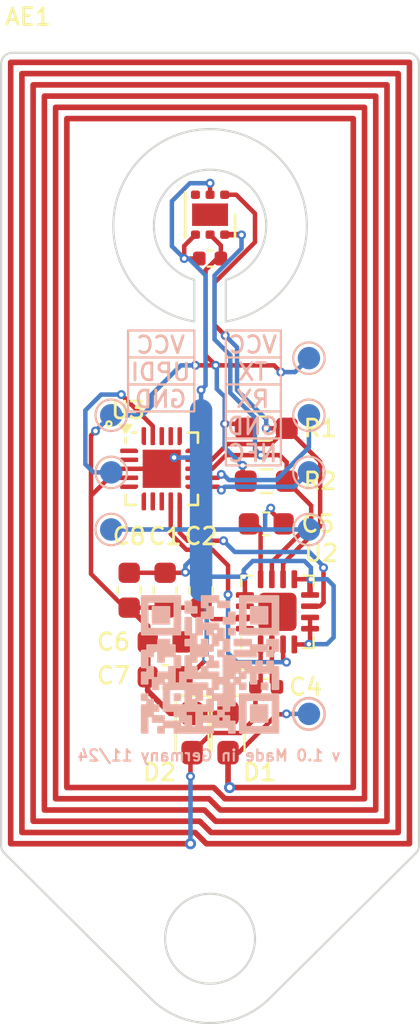
<source format=kicad_pcb>
(kicad_pcb (version 20240108) (generator "pcbnew") (generator_version "8.0")
  (layers (0 "F.Cu" signal) (1 "In1.Cu" signal) (2 "In2.Cu" signal) (31 "B.Cu" signal) (34 "B.Paste" user) (35 "F.Paste" user) (36 "B.SilkS" user "B.Silkscreen") (37 "F.SilkS" user "F.Silkscreen") (38 "B.Mask" user) (39 "F.Mask" user) (44 "Edge.Cuts" user))
  (net 0 "")
  (net 1 "GND")
  (net 2 "ANT2")
  (net 3 "ANT1")
  (net 4 "SCL")
  (net 5 "SDA")
  (net 6 "RF430_RST")
  (net 7 "RF430_INT")
  (net 8 "Net-(U2-VCORE)")
  (net 9 "RX")
  (net 11 "UPDI")
  (net 18 "TX")
  (net 19 "ALERT")
  (net 21 "VCC")
  (footprint "Capacitor_SMD:C_0603_1608Metric" (layer "F.Cu") (at 132 52.45)
    (property "Reference" "C5" (at 2.3 0 0) (layer "F.SilkS") (effects (font (size 0.75 0.75) (thickness 0.125))))
    (property "Value" "0.47 uF")
    (pad "1" smd roundrect (at -0.775 0) (size 0.9 0.95) (layers "F.Cu" "F.Paste" "F.Mask") (net 8 "Net-(U2-VCORE)"))
    (pad "2" smd roundrect (at 0.775 0) (size 0.9 0.95) (layers "F.Cu" "F.Paste" "F.Mask") (net 1 "GND"))
  )
  (footprint "Capacitor_SMD:C_0603_1608Metric" (layer "F.Cu") (at 127.5 57.7)
    (property "Reference" "C6" (at -2.3 0 0) (layer "F.SilkS") (effects (font (size 0.75 0.75) (thickness 0.125))))
    (property "Value" "47uF")
    (pad "1" smd roundrect (at -0.775 0) (size 0.9 0.95) (layers "F.Cu" "F.Paste" "F.Mask") (net 21 "VCC"))
    (pad "2" smd roundrect (at 0.775 0) (size 0.9 0.95) (layers "F.Cu" "F.Paste" "F.Mask") (net 1 "GND"))
  )
  (footprint "Capacitor_SMD:C_0603_1608Metric" (layer "F.Cu") (at 127.5 55.4 90)
    (property "Reference" "C1" (at 2.4 0 0) (layer "F.SilkS") (effects (font (size 0.75 0.75) (thickness 0.125))))
    (property "Value" "1 uF")
    (pad "1" smd roundrect (at -0.775 0 90) (size 0.9 0.95) (layers "F.Cu" "F.Paste" "F.Mask") (net 21 "VCC"))
    (pad "2" smd roundrect (at 0.775 0 90) (size 0.9 0.95) (layers "F.Cu" "F.Paste" "F.Mask") (net 1 "GND"))
  )
  (footprint "Capacitor_SMD:C_0603_1608Metric" (layer "F.Cu") (at 129.1 55.4 90)
    (property "Reference" "C2" (at 2.4 0 0) (layer "F.SilkS") (effects (font (size 0.75 0.75) (thickness 0.125))))
    (property "Value" "0.1 uF")
    (pad "1" smd roundrect (at -0.775 0 90) (size 0.9 0.95) (layers "F.Cu" "F.Paste" "F.Mask") (net 21 "VCC"))
    (pad "2" smd roundrect (at 0.775 0 90) (size 0.9 0.95) (layers "F.Cu" "F.Paste" "F.Mask") (net 1 "GND"))
  )
  (footprint "unsurv_offline_pcb_footprints:35_18_1_9nH" (layer "F.Cu") (at 120.5 31.8)
    (property "Reference" "AE1" (at 0.9 -1.9 0) (layer "F.SilkS") (effects (font (size 0.75 0.75) (thickness 0.125))))
    (property "Value" "Antenna_Dipole")
    (pad "1" smd custom (at 8.12868 34.875) (size 0.25 0.25) (layers "F.Cu") (net 3 "ANT1") (options (clearance outline) (anchor circle)) (primitives (gr_line (start 0 0) (end -8.00368 0) (width 0.25)) (gr_line (start -8.00368 0) (end -8.00368 -34.75) (width 0.25)) (gr_line (start -8.00368 -34.75) (end 9.74632 -34.75) (width 0.25)) (gr_line (start 9.74632 -34.75) (end 9.74632 0) (width 0.25)) (gr_line (start 9.74632 0) (end 0.707107 0) (width 0.25)) (gr_line (start 0.707107 0) (end 0.207107 -0.5) (width 0.25)) (gr_line (start 0.207107 -0.5) (end -7.50368 -0.5) (width 0.25)) (gr_line (start -7.50368 -0.5) (end -7.50368 -34.25) (width 0.25)) (gr_line (start -7.50368 -34.25) (end 9.24632 -34.25) (width 0.25)) (gr_line (start 9.24632 -34.25) (end 9.24632 -0.5) (width 0.25)) (gr_line (start 9.24632 -0.5) (end 0.914214 -0.5) (width 0.25)) (gr_line (start 0.914214 -0.5) (end 0.414214 -1) (width 0.25)) (gr_line (start 0.414214 -1) (end -7.00368 -1) (width 0.25)) (gr_line (start -7.00368 -1) (end -7.00368 -33.75) (width 0.25)) (gr_line (start -7.00368 -33.75) (end 8.74632 -33.75) (width 0.25)) (gr_line (start 8.74632 -33.75) (end 8.74632 -1) (width 0.25)) (gr_line (start 8.74632 -1) (end 1.12132 -1) (width 0.25)) (gr_line (start 1.12132 -1) (end 0.62132 -1.5) (width 0.25)) (gr_line (start 0.62132 -1.5) (end -6.50368 -1.5) (width 0.25)) (gr_line (start -6.50368 -1.5) (end -6.50368 -33.25) (width 0.25)) (gr_line (start -6.50368 -33.25) (end 8.24632 -33.25) (width 0.25)) (gr_line (start 8.24632 -33.25) (end 8.24632 -1.5) (width 0.25)) (gr_line (start 8.24632 -1.5) (end 1.328427 -1.5) (width 0.25)) (gr_line (start 1.328427 -1.5) (end 0.828427 -2) (width 0.25)) (gr_line (start 0.828427 -2) (end -6.00368 -2) (width 0.25)) (gr_line (start -6.00368 -2) (end -6.00368 -32.75) (width 0.25)) (gr_line (start -6.00368 -32.75) (end 7.74632 -32.75) (width 0.25)) (gr_line (start 7.74632 -32.75) (end 7.74632 -2) (width 0.25)) (gr_line (start 7.74632 -2) (end 1.535534 -2) (width 0.25)) (gr_line (start 1.535534 -2) (end 1.035534 -2.5) (width 0.25)) (gr_line (start 1.035534 -2.5) (end -5.50368 -2.5) (width 0.25)) (gr_line (start -5.50368 -2.5) (end -5.50368 -32.25) (width 0.25)) (gr_line (start -5.50368 -32.25) (end 7.24632 -32.25) (width 0.25)) (gr_line (start 7.24632 -32.25) (end 7.24632 -2.5) (width 0.25))))
    (pad "1" thru_hole circle (at 8.12868 34.875) (size 0.5 0.5) (drill 0.25) (layers "*.Cu" "*.Mask") (net 3 "ANT1"))
    (pad "2" smd custom (at 9.87132 32.375) (size 0.25 0.25) (layers "F.Cu") (net 2 "ANT2") (options (clearance outline) (anchor circle)) (primitives (gr_line (start 0 0) (end 5.50368 0) (width 0.25))))
    (pad "2" thru_hole circle (at 9.87132 32.375) (size 0.5 0.5) (drill 0.25) (layers "*.Cu" "*.Mask") (net 2 "ANT2"))
  )
  (footprint "unsurv_offline_pcb_footprints:RF430_3x3mm_noBCu" (layer "F.Cu") (at 132.5 56.36179 90)
    (property "Reference" "U2" (at 2.61179 1.95 0) (layer "F.SilkS") (effects (font (size 0.75 0.75) (thickness 0.125))))
    (property "Value" "RF430CL330HIRGTR‎")
    (pad "1" smd roundrect (at -1.45 -0.75 90) (size 0.8 0.25) (layers "F.Cu" "F.Paste" "F.Mask") (net 3 "ANT1"))
    (pad "2" smd roundrect (at -1.45 -0.25 90) (size 0.8 0.25) (layers "F.Cu" "F.Paste" "F.Mask") (net 2 "ANT2"))
    (pad "3" smd roundrect (at -1.45 0.25 90) (size 0.8 0.25) (layers "F.Cu" "F.Paste" "F.Mask") (net 6 "RF430_RST"))
    (pad "4" smd roundrect (at -1.45 0.75 90) (size 0.8 0.25) (layers "F.Cu" "F.Paste" "F.Mask") (net 1 "GND"))
    (pad "5" smd roundrect (at -0.75 1.45 90) (size 0.25 0.8) (layers "F.Cu" "F.Paste" "F.Mask") (net 1 "GND"))
    (pad "6" smd roundrect (at -0.25 1.45 90) (size 0.25 0.8) (layers "F.Cu" "F.Paste" "F.Mask") (net 1 "GND"))
    (pad "7" smd roundrect (at 0.25 1.45 90) (size 0.25 0.8) (layers "F.Cu" "F.Paste" "F.Mask") (net 7 "RF430_INT"))
    (pad "8" smd roundrect (at 0.75 1.45 90) (size 0.25 0.8) (layers "F.Cu" "F.Paste" "F.Mask") (net 1 "GND"))
    (pad "9" smd roundrect (at 1.45 0.75 90) (size 0.8 0.25) (layers "F.Cu" "F.Paste" "F.Mask") (net 1 "GND"))
    (pad "10" smd roundrect (at 1.45 0.25 90) (size 0.8 0.25) (layers "F.Cu" "F.Paste" "F.Mask") (net 4 "SCL"))
    (pad "11" smd roundrect (at 1.45 -0.25 90) (size 0.8 0.25) (layers "F.Cu" "F.Paste" "F.Mask") (net 5 "SDA"))
    (pad "12" smd roundrect (at 1.45 -0.75 90) (size 0.8 0.25) (layers "F.Cu" "F.Paste" "F.Mask") (net 8 "Net-(U2-VCORE)"))
    (pad "13" smd roundrect (at 0.75 -1.45 90) (size 0.25 0.8) (layers "F.Cu" "F.Paste" "F.Mask") (net 1 "GND"))
    (pad "14" smd roundrect (at 0.25 -1.45 90) (size 0.25 0.8) (layers "F.Cu" "F.Paste" "F.Mask"))
    (pad "15" smd roundrect (at -0.25 -1.45 90) (size 0.25 0.8) (layers "F.Cu" "F.Paste" "F.Mask") (net 21 "VCC"))
    (pad "16" smd roundrect (at -0.75 -1.45 90) (size 0.25 0.8) (layers "F.Cu" "F.Paste" "F.Mask"))
    (pad "17" smd roundrect (at 0 0 90) (size 1.7 1.7) (layers "F.Cu" "F.Mask") (roundrect_rratio 0.147059))
  )
  (footprint "unsurv_offline_pcb_footprints:TMP117 WSON-6-1EP_2x2mm_P0.65mm_no_pad_paste" (layer "F.Cu") (at 129.5 38.7 -90)
    (property "Reference" "U1" (hide yes))
    (property "Value" "TMP117AIDRVR")
    (pad "1" smd roundrect (at -0.8875 -0.65 270) (size 0.375 0.4) (layers "F.Cu" "F.Paste" "F.Mask") (net 4 "SCL"))
    (pad "2" smd roundrect (at -0.8875 0 270) (size 0.375 0.4) (layers "F.Cu" "F.Paste" "F.Mask") (net 1 "GND"))
    (pad "3" smd roundrect (at -0.8875 0.65 270) (size 0.375 0.4) (layers "F.Cu" "F.Paste" "F.Mask"))
    (pad "4" smd roundrect (at 0.8875 0.65 270) (size 0.375 0.4) (layers "F.Cu" "F.Paste" "F.Mask") (net 1 "GND"))
    (pad "5" smd roundrect (at 0.8875 0 270) (size 0.375 0.4) (layers "F.Cu" "F.Paste" "F.Mask") (net 21 "VCC"))
    (pad "6" smd roundrect (at 0.8875 -0.65 270) (size 0.375 0.4) (layers "F.Cu" "F.Paste" "F.Mask") (net 5 "SDA"))
    (pad "7" smd rect (at 0 0 270) (size 1 1.6) (layers "F.Cu" "F.Mask"))
  )
  (footprint "Capacitor_SMD:C_0603_1608Metric" (layer "F.Cu") (at 127.5 59.25)
    (property "Reference" "C7" (at -2.3 -0.05 0) (layer "F.SilkS") (effects (font (size 0.75 0.75) (thickness 0.125))))
    (property "Value" "47uF")
    (pad "1" smd roundrect (at -0.775 0) (size 0.9 0.95) (layers "F.Cu" "F.Paste" "F.Mask") (net 21 "VCC"))
    (pad "2" smd roundrect (at 0.775 0) (size 0.9 0.95) (layers "F.Cu" "F.Paste" "F.Mask") (net 1 "GND"))
  )
  (footprint "Package_DFN_QFN:VQFN-20-1EP_3x3mm_P0.4mm_EP1.7x1.7mm" (layer "F.Cu") (at 127.35 50)
    (property "Reference" "U3" (at -1.5 -2.6 0) (layer "F.SilkS") (effects (font (size 0.75 0.75) (thickness 0.125))))
    (property "Value" "ATtiny1626-MFR")
    (pad "1" smd custom (at -1.45 -0.8) (size 0.143431 0.143431) (layers "F.Cu" "F.Paste" "F.Mask") (options (clearance outline) (anchor circle)) (primitives (gr_poly (pts (xy -0.35 -0.05) (xy 0.299289 -0.05) (xy 0.35 0.000711) (xy 0.35 0.05) (xy -0.35 0.05)) (width 0.1) (fill yes))))
    (pad "2" smd roundrect (at -1.45 -0.4) (size 0.8 0.2) (layers "F.Cu" "F.Paste" "F.Mask"))
    (pad "3" smd roundrect (at -1.45 0) (size 0.8 0.2) (layers "F.Cu" "F.Paste" "F.Mask") (net 1 "GND"))
    (pad "4" smd roundrect (at -1.45 0.4) (size 0.8 0.2) (layers "F.Cu" "F.Paste" "F.Mask") (net 21 "VCC"))
    (pad "5" smd custom (at -1.45 0.8) (size 0.143431 0.143431) (layers "F.Cu" "F.Paste" "F.Mask") (options (clearance outline) (anchor circle)) (primitives (gr_poly (pts (xy -0.35 -0.05) (xy 0.35 -0.05) (xy 0.35 -0.000711) (xy 0.299289 0.05) (xy -0.35 0.05)) (width 0.1) (fill yes))))
    (pad "6" smd custom (at -0.8 1.45) (size 0.143431 0.143431) (layers "F.Cu" "F.Paste" "F.Mask") (options (clearance outline) (anchor circle)) (primitives (gr_poly (pts (xy -0.05 -0.299289) (xy 0.000711 -0.35) (xy 0.05 -0.35) (xy 0.05 0.35) (xy -0.05 0.35)) (width 0.1) (fill yes))))
    (pad "7" smd roundrect (at -0.4 1.45) (size 0.2 0.8) (layers "F.Cu" "F.Paste" "F.Mask"))
    (pad "8" smd roundrect (at 0 1.45) (size 0.2 0.8) (layers "F.Cu" "F.Paste" "F.Mask"))
    (pad "9" smd roundrect (at 0.4 1.45) (size 0.2 0.8) (layers "F.Cu" "F.Paste" "F.Mask") (net 6 "RF430_RST"))
    (pad "10" smd custom (at 0.8 1.45) (size 0.143431 0.143431) (layers "F.Cu" "F.Paste" "F.Mask") (net 7 "RF430_INT") (options (clearance outline) (anchor circle)) (primitives (gr_poly (pts (xy -0.05 -0.35) (xy -0.000711 -0.35) (xy 0.05 -0.299289) (xy 0.05 0.35) (xy -0.05 0.35)) (width 0.1) (fill yes))))
    (pad "11" smd custom (at 1.45 0.8) (size 0.143431 0.143431) (layers "F.Cu" "F.Paste" "F.Mask") (net 9 "RX") (options (clearance outline) (anchor circle)) (primitives (gr_poly (pts (xy -0.35 -0.05) (xy 0.35 -0.05) (xy 0.35 0.05) (xy -0.299289 0.05) (xy -0.35 -0.000711)) (width 0.1) (fill yes))))
    (pad "12" smd roundrect (at 1.45 0.4) (size 0.8 0.2) (layers "F.Cu" "F.Paste" "F.Mask") (net 18 "TX"))
    (pad "13" smd roundrect (at 1.45 0) (size 0.8 0.2) (layers "F.Cu" "F.Paste" "F.Mask") (net 5 "SDA"))
    (pad "14" smd roundrect (at 1.45 -0.4) (size 0.8 0.2) (layers "F.Cu" "F.Paste" "F.Mask") (net 4 "SCL"))
    (pad "15" smd custom (at 1.45 -0.8) (size 0.143431 0.143431) (layers "F.Cu" "F.Paste" "F.Mask") (options (clearance outline) (anchor circle)) (primitives (gr_poly (pts (xy -0.35 0.000711) (xy -0.299289 -0.05) (xy 0.35 -0.05) (xy 0.35 0.05) (xy -0.35 0.05)) (width 0.1) (fill yes))))
    (pad "16" smd custom (at 0.8 -1.45) (size 0.143431 0.143431) (layers "F.Cu" "F.Paste" "F.Mask") (options (clearance outline) (anchor circle)) (primitives (gr_poly (pts (xy -0.05 -0.35) (xy 0.05 -0.35) (xy 0.05 0.299289) (xy -0.000711 0.35) (xy -0.05 0.35)) (width 0.1) (fill yes))))
    (pad "17" smd roundrect (at 0.4 -1.45) (size 0.2 0.8) (layers "F.Cu" "F.Paste" "F.Mask"))
    (pad "18" smd roundrect (at 0 -1.45) (size 0.2 0.8) (layers "F.Cu" "F.Paste" "F.Mask") (net 19 "ALERT"))
    (pad "19" smd roundrect (at -0.4 -1.45) (size 0.2 0.8) (layers "F.Cu" "F.Paste" "F.Mask") (net 11 "UPDI"))
    (pad "20" smd custom (at -0.8 -1.45) (size 0.143431 0.143431) (layers "F.Cu" "F.Paste" "F.Mask") (options (clearance outline) (anchor circle)) (primitives (gr_poly (pts (xy -0.05 -0.35) (xy 0.05 -0.35) (xy 0.05 0.35) (xy 0.000711 0.35) (xy -0.05 0.299289)) (width 0.1) (fill yes))))
    (pad "21" smd rect (at 0 0) (size 1.7 1.7) (property pad_prop_heatsink) (layers "F.Cu" "F.Mask") (net 1 "GND"))
  )
  (footprint "Capacitor_SMD:C_0603_1608Metric" (layer "F.Cu") (at 125.9 55.4 90)
    (property "Reference" "C8" (at 2.4 0 0) (layer "F.SilkS") (effects (font (size 0.75 0.75) (thickness 0.125))))
    (property "Value" "0.1 uF")
    (pad "1" smd roundrect (at -0.775 0 90) (size 0.9 0.95) (layers "F.Cu" "F.Paste" "F.Mask") (net 21 "VCC"))
    (pad "2" smd roundrect (at 0.775 0 90) (size 0.9 0.95) (layers "F.Cu" "F.Paste" "F.Mask") (net 1 "GND"))
  )
  (footprint "Diode_SMD:D_0603_1608Metric_Pad1.05x0.95mm_HandSolder" (layer "F.Cu") (at 130.3 61.75 -90)
    (property "Reference" "D1" (at 1.75 -1.4 0) (layer "F.SilkS") (effects (font (size 0.75 0.75) (thickness 0.125))))
    (property "Value" "CDBU0130L")
    (pad "1" smd roundrect (at -0.875 0 270) (size 1.05 0.95) (layers "F.Cu" "F.Paste" "F.Mask") (net 21 "VCC"))
    (pad "2" smd roundrect (at 0.875 0 270) (size 1.05 0.95) (layers "F.Cu" "F.Paste" "F.Mask") (net 2 "ANT2"))
  )
  (footprint "Resistor_SMD:R_0603_1608Metric_Pad0.98x0.95mm_HandSolder" (layer "F.Cu") (at 132 48.2)
    (property "Reference" "R1" (at 2.4 0 0) (layer "F.SilkS") (effects (font (size 0.75 0.75) (thickness 0.125))))
    (property "Value" "4.7k")
    (pad "1" smd roundrect (at -0.9125 0) (size 0.975 0.95) (layers "F.Cu" "F.Paste" "F.Mask") (net 21 "VCC"))
    (pad "2" smd roundrect (at 0.9125 0) (size 0.975 0.95) (layers "F.Cu" "F.Paste" "F.Mask") (net 4 "SCL"))
  )
  (footprint "Capacitor_SMD:C_0402_1005Metric" (layer "F.Cu") (at 129.5 40.65 180)
    (property "Reference" "C3" (hide yes))
    (property "Value" "0.1 uF")
    (pad "1" smd roundrect (at -0.48 0 180) (size 0.56 0.62) (layers "F.Cu" "F.Paste" "F.Mask") (net 21 "VCC"))
    (pad "2" smd roundrect (at 0.48 0 180) (size 0.56 0.62) (layers "F.Cu" "F.Paste" "F.Mask") (net 1 "GND"))
  )
  (footprint "Capacitor_SMD:C_0402_1005Metric" (layer "F.Cu") (at 132 59.7 180)
    (property "Reference" "C4" (at -1.75 0 0) (layer "F.SilkS") (effects (font (size 0.75 0.75) (thickness 0.125))))
    (property "Value" "36pF")
    (pad "1" smd roundrect (at -0.48 0 180) (size 0.56 0.62) (layers "F.Cu" "F.Paste" "F.Mask") (net 2 "ANT2"))
    (pad "2" smd roundrect (at 0.48 0 180) (size 0.56 0.62) (layers "F.Cu" "F.Paste" "F.Mask") (net 3 "ANT1"))
  )
  (footprint "Resistor_SMD:R_0603_1608Metric_Pad0.98x0.95mm_HandSolder" (layer "F.Cu") (at 132 50.55)
    (property "Reference" "R2" (at 2.4 0 0) (layer "F.SilkS") (effects (font (size 0.75 0.75) (thickness 0.125))))
    (property "Value" "4.7k")
    (pad "1" smd roundrect (at -0.9125 0) (size 0.975 0.95) (layers "F.Cu" "F.Paste" "F.Mask") (net 21 "VCC"))
    (pad "2" smd roundrect (at 0.9125 0) (size 0.975 0.95) (layers "F.Cu" "F.Paste" "F.Mask") (net 5 "SDA"))
  )
  (footprint "Diode_SMD:D_0603_1608Metric_Pad1.05x0.95mm_HandSolder" (layer "F.Cu") (at 128.7 61.75 -90)
    (property "Reference" "D2" (at 1.75 1.45 0) (layer "F.SilkS") (effects (font (size 0.75 0.75) (thickness 0.125))))
    (property "Value" "CDBU0130L")
    (pad "1" smd roundrect (at -0.875 0 270) (size 1.05 0.95) (layers "F.Cu" "F.Paste" "F.Mask") (net 21 "VCC"))
    (pad "2" smd roundrect (at 0.875 0 270) (size 1.05 0.95) (layers "F.Cu" "F.Paste" "F.Mask") (net 3 "ANT1"))
  )
  (footprint "TestPoint:TestPoint_Pad_D1.0mm" (layer "B.Cu") (at 133.9 45.08 180)
    (property "Reference" "TP4" (hide yes))
    (property "Value" "TestPoint")
    (pad "1" smd circle (at 0 0 180) (size 1 1) (layers "B.Cu" "B.Mask") (net 21 "VCC"))
  )
  (footprint "TestPoint:TestPoint_Pad_D1.0mm" (layer "B.Cu") (at 125.1 47.62 90)
    (property "Reference" "VCC1" (hide yes))
    (property "Value" "TestPoint")
    (pad "1" smd circle (at 0 0 90) (size 1 1) (layers "B.Cu" "B.Mask") (net 21 "VCC"))
  )
  (footprint "TestPoint:TestPoint_Pad_D1.0mm" (layer "B.Cu") (at 125.1 50.16 90)
    (property "Reference" "UPDI1" (hide yes))
    (property "Value" "TestPoint")
    (pad "1" smd circle (at 0 0 90) (size 1 1) (layers "B.Cu" "B.Mask") (net 11 "UPDI"))
  )
  (footprint "TestPoint:TestPoint_Pad_D1.0mm" (layer "B.Cu") (at 133.9 52.7 180)
    (property "Reference" "TP3" (hide yes))
    (property "Value" "TestPoint")
    (pad "1" smd circle (at 0 0 180) (size 1 1) (layers "B.Cu" "B.Mask") (net 1 "GND"))
  )
  (footprint "unsurv_offline_pcb_footprints:QR_shop" (layer "B.Cu") (at 129.5 58.7 180)
    (property "Reference" "QR_ref1" (hide yes))
    (property "Value" "TestPoint" (hide yes))
  )
  (footprint "TestPoint:TestPoint_Pad_D1.0mm" (layer "B.Cu") (at 133.9 60.9 180)
    (property "Reference" "TP5" (hide yes))
    (property "Value" "TestPoint")
    (pad "1" smd circle (at 0 0 180) (size 1 1) (layers "B.Cu" "B.Mask") (net 2 "ANT2"))
  )
  (footprint "TestPoint:TestPoint_Pad_D1.0mm" (layer "B.Cu") (at 125.1 52.7 90)
    (property "Reference" "GND1" (hide yes))
    (property "Value" "TestPoint")
    (pad "1" smd circle (at 0 0 90) (size 1 1) (layers "B.Cu" "B.Mask") (net 1 "GND"))
  )
  (footprint "TestPoint:TestPoint_Pad_D1.0mm" (layer "B.Cu") (at 133.9 50.16 180)
    (property "Reference" "TP1" (hide yes))
    (property "Value" "TestPoint")
    (pad "1" smd circle (at 0 0 180) (size 1 1) (layers "B.Cu" "B.Mask") (net 9 "RX"))
  )
  (footprint "TestPoint:TestPoint_Pad_D1.0mm" (layer "B.Cu") (at 133.9 47.62 180)
    (property "Reference" "TP2" (hide yes))
    (property "Value" "TestPoint")
    (pad "1" smd circle (at 0 0 180) (size 1 1) (layers "B.Cu" "B.Mask") (net 18 "TX"))
  )
  (gr_rect (start 130.2 43.85) (end 132.65 45.05) (stroke (width 0.1)) (fill none) (layer "B.SilkS"))
  (gr_rect (start 125.85 45.05) (end 128.8 46.25) (stroke (width 0.1)) (fill none) (layer "B.SilkS"))
  (gr_rect (start 125.85 43.85) (end 128.8 45.05) (stroke (width 0.1)) (fill none) (layer "B.SilkS"))
  (gr_rect (start 130.2 48.65) (end 132.65 49.85) (stroke (width 0.1)) (fill none) (layer "B.SilkS"))
  (gr_rect (start 130.2 46.25) (end 132.65 47.45) (stroke (width 0.1)) (fill none) (layer "B.SilkS"))
  (gr_rect (start 125.85 46.25) (end 128.8 47.45) (stroke (width 0.1)) (fill none) (layer "B.SilkS"))
  (gr_rect (start 130.2 45.05) (end 132.65 46.25) (stroke (width 0.1)) (fill none) (layer "B.SilkS"))
  (gr_rect (start 130.2 47.45) (end 132.65 48.65) (stroke (width 0.1)) (fill none) (layer "B.SilkS"))
  (gr_circle (center 125 48) (end 124.95 48.1) (stroke (width 0.1)) (fill none) (layer "F.SilkS"))
  (gr_arc (start 128.8 41.6) (mid 129.5 36.699969) (end 130.2 41.6) (stroke (width 0.1)) (layer "Edge.Cuts"))
  (gr_line (start 120.699999 31.499999) (end 138.299999 31.499999) (stroke (width 0.1)) (layer "Edge.Cuts"))
  (gr_circle (center 129.5 70.9) (end 131.5 70.9) (stroke (width 0.1)) (fill none) (layer "Edge.Cuts"))
  (gr_arc (start 120.199999 31.999999) (mid 120.346446 31.646446) (end 120.699999 31.499999) (stroke (width 0.1)) (layer "Edge.Cuts"))
  (gr_line (start 128.8 43.45) (end 128.8 41.6) (stroke (width 0.1)) (layer "Edge.Cuts"))
  (gr_arc (start 120.34643 67.100003) (mid 120.238047 66.93779) (end 120.199999 66.746447) (stroke (width 0.1)) (layer "Edge.Cuts"))
  (gr_arc (start 128.8 43.45) (mid 129.5 34.892707) (end 130.2 43.45) (stroke (width 0.1)) (layer "Edge.Cuts"))
  (gr_line (start 138.799999 31.999999) (end 138.799999 66.746447) (stroke (width 0.1)) (layer "Edge.Cuts"))
  (gr_arc (start 138.299999 31.499999) (mid 138.653553 31.646445) (end 138.799999 31.999999) (stroke (width 0.1)) (layer "Edge.Cuts"))
  (gr_arc (start 132.149999 73.549999) (mid 129.5 74.647665) (end 126.850001 73.549999) (stroke (width 0.1)) (layer "Edge.Cuts"))
  (gr_line (start 120.199999 66.746447) (end 120.199999 31.999999) (stroke (width 0.1)) (layer "Edge.Cuts"))
  (gr_line (start 130.2 41.6) (end 130.2 43.45) (stroke (width 0.1)) (layer "Edge.Cuts"))
  (gr_line (start 138.653536 67.09997) (end 132.149999 73.549999) (stroke (width 0.1)) (layer "Edge.Cuts"))
  (gr_arc (start 138.799999 66.746447) (mid 138.761923 66.937773) (end 138.653536 67.09997) (stroke (width 0.1)) (layer "Edge.Cuts"))
  (gr_line (start 126.850001 73.549999) (end 120.34643 67.100003) (stroke (width 0.1)) (layer "Edge.Cuts"))
  (gr_text "v 1.0 Made in Germany 11/24" (at 129.45 62.75 0) (layer "B.SilkS") (effects (font (size 0.5 0.5) (thickness 0.1)) (justify mirror)))
  (gr_text "VCC\nTX\nRX\nGND\nNFC" (at 131.4 46.9 0) (layer "B.SilkS") (effects (font (size 0.75 0.75) (thickness 0.125)) (justify mirror)))
  (gr_text "VCC\nUPDI\nGND" (at 127.3 45.7 0) (layer "B.SilkS") (effects (font (size 0.75 0.75) (thickness 0.125)) (justify mirror)))
  (segment (start 133.98821 54.91179) (end 133.25 54.91179) (width 0.2) (layer "F.Cu") (net 1))
  (segment (start 129.5 37.3) (end 129.5 37.8125) (width 0.2) (layer "F.Cu") (net 1))
  (segment (start 133.95 54.95) (end 133.95 55.61179) (width 0.25) (layer "F.Cu") (net 1))
  (segment (start 132.775 52.15) (end 132.6 52.325) (width 0.2) (layer "F.Cu") (net 1))
  (segment (start 128.375 54.625) (end 127.5 54.625) (width 0.2) (layer "F.Cu") (net 1))
  (segment (start 125.7 54.625) (end 127.5 54.625) (width 0.2) (layer "F.Cu") (net 1))
  (segment (start 132.2 51.875) (end 132.775 52.45) (width 0.2) (layer "F.Cu") (net 1))
  (segment (start 133.95 56.61179) (end 133.95 57.11179) (width 0.2) (layer "F.Cu") (net 1))
  (segment (start 131.05 54.85) (end 131 54.8) (width 0.2) (layer "F.Cu") (net 1))
  (segment (start 128.4 54.6) (end 128.375 54.625) (width 0.2) (layer "F.Cu") (net 1))
  (segment (start 128.4 54.6) (end 129.075 54.6) (width 0.2) (layer "F.Cu") (net 1))
  (segment (start 133.95 57.11179) (end 133.95 57.75) (width 0.2) (layer "F.Cu") (net 1))
  (segment (start 131.05 55.61179) (end 131.05 54.85) (width 0.2) (layer "F.Cu") (net 1))
  (segment (start 133.88821 57.81179) (end 133.9 57.8) (width 0.2) (layer "F.Cu") (net 1))
  (segment (start 132.2 51.75) (end 132.2 51.875) (width 0.2) (layer "F.Cu") (net 1))
  (segment (start 128.35 40.65) (end 129.02 40.65) (width 0.2) (layer "F.Cu") (net 1))
  (segment (start 133.95 57.75) (end 133.9 57.8) (width 0.2) (layer "F.Cu") (net 1))
  (segment (start 129.075 54.6) (end 129.1 54.625) (width 0.2) (layer "F.Cu") (net 1))
  (segment (start 125.9 50) (end 127.35 50) (width 0.2) (layer "F.Cu") (net 1))
  (segment (start 128.35 40.65) (end 128.35 40.0875) (width 0.2) (layer "F.Cu") (net 1))
  (segment (start 128.275 59.25) (end 128.55 59.25) (width 0.2) (layer "F.Cu") (net 1))
  (segment (start 128.275 57.7) (end 128.6 57.7) (width 0.2) (layer "F.Cu") (net 1))
  (segment (start 133.98821 54.91179) (end 133.95 54.95) (width 0.25) (layer "F.Cu") (net 1))
  (segment (start 133.25 57.81179) (end 133.88821 57.81179) (width 0.2) (layer "F.Cu") (net 1))
  (segment (start 128.35 40.0875) (end 128.85 39.5875) (width 0.2) (layer "F.Cu") (net 1))
  (segment (start 128.6 57.7) (end 129.35 58.45) (width 0.2) (layer "F.Cu") (net 1))
  (segment (start 128.55 59.25) (end 129.35 58.45) (width 0.2) (layer "F.Cu") (net 1))
  (via (at 128.4 54.6) (size 0.4) (drill 0.2) (layers "F.Cu" "B.Cu") (net 1))
  (via (at 129.5 37.3) (size 0.4) (drill 0.2) (layers "F.Cu" "B.Cu") (net 1))
  (via (at 132.2 51.75) (size 0.4) (drill 0.2) (layers "F.Cu" "B.Cu") (net 1))
  (via (at 131 54.8) (size 0.4) (drill 0.2) (layers "F.Cu" "B.Cu") (net 1))
  (via (at 128.35 40.65) (size 0.4) (drill 0.2) (layers "F.Cu" "B.Cu") (net 1))
  (via (at 129.1 46.5) (size 0.4) (drill 0.2) (layers "F.Cu" "B.Cu") (net 1))
  (via (at 129.35 58.45) (size 0.4) (drill 0.2) (layers "F.Cu" "B.Cu") (net 1))
  (via (at 127.9 49.5) (size 0.4) (drill 0.2) (layers "F.Cu" "B.Cu") (net 1))
  (via (at 133.9 57.8) (size 0.4) (drill 0.2) (layers "F.Cu" "B.Cu") (net 1))
  (via (at 133.98821 54.91179) (size 0.4) (drill 0.2) (layers "F.Cu" "B.Cu") (net 1))
  (segment (start 134.71179 54.91179) (end 135 55.2) (width 0.2) (layer "B.Cu") (net 1))
  (segment (start 131.95 52.7) (end 131.95 52) (width 0.2) (layer "B.Cu") (net 1))
  (segment (start 129.35 55.65) (end 129.1 55.4) (width 0.2) (layer "B.Cu") (net 1))
  (segment (start 129.3 46.3) (end 129.1 46.5) (width 0.2) (layer "B.Cu") (net 1))
  (segment (start 128.4 54.6) (end 128.4 54.3) (width 0.2) (layer "B.Cu") (net 1))
  (segment (start 133.98821 54.91179) (end 133.98821 54.38821) (width 0.2) (layer "B.Cu") (net 1))
  (segment (start 128.4 54.3) (end 129.1 53.6) (width 0.2) (layer "B.Cu") (net 1))
  (segment (start 128.6 37.3) (end 129.5 37.3) (width 0.2) (layer "B.Cu") (net 1))
  (segment (start 131.95 52) (end 132.2 51.75) (width 0.2) (layer "B.Cu") (net 1))
  (segment (start 128.35 40.65) (end 127.8 40.1) (width 0.2) (layer "B.Cu") (net 1))
  (segment (start 134.7 57.8) (end 133.9 57.8) (width 0.2) (layer "B.Cu") (net 1))
  (segment (start 135 57.5) (end 134.7 57.8) (width 0.2) (layer "B.Cu") (net 1))
  (segment (start 129.1 54.5) (end 129.1 53.6) (width 1) (layer "B.Cu") (net 1))
  (segment (start 129.35 58.45) (end 129.35 55.65) (width 0.2) (layer "B.Cu") (net 1))
  (segment (start 127.9 49.5) (end 128.7 49.5) (width 0.2) (layer "B.Cu") (net 1))
  (segment (start 129.3 46.3) (end 129.3 41.4) (width 0.2) (layer "B.Cu") (net 1))
  (segment (start 128.55 40.65) (end 128.35 40.65) (width 0.2) (layer "B.Cu") (net 1))
  (segment (start 129.1 46.5) (end 129.1 47.4) (width 0.2) (layer "B.Cu") (net 1))
  (segment (start 132.6 52.7) (end 131.95 52.7) (width 0.2) (layer "B.Cu") (net 1))
  (segment (start 129.3 41.4) (end 128.55 40.65) (width 0.2) (layer "B.Cu") (net 1))
  (segment (start 131.95 52.7) (end 129.1 52.7) (width 0.2) (layer "B.Cu") (net 1))
  (segment (start 131.4 54.1) (end 131 54.5) (width 0.2) (layer "B.Cu") (net 1))
  (segment (start 129.1 49.9) (end 129.1 47.4) (width 1) (layer "B.Cu") (net 1))
  (segment (start 128.7 49.5) (end 129.1 49.9) (width 0.2) (layer "B.Cu") (net 1))
  (segment (start 129.1 53.6) (end 129.1 52.7) (width 1) (layer "B.Cu") (net 1))
  (segment (start 129.1 52.7) (end 129.1 49.9) (width 1) (layer "B.Cu") (net 1))
  (segment (start 129.1 55.4) (end 129.1 54.5) (width 1) (layer "B.Cu") (net 1))
  (segment (start 135 55.2) (end 135 57.5) (width 0.2) (layer "B.Cu") (net 1))
  (segment (start 131 54.8) (end 129.4 54.8) (width 0.2) (layer "B.Cu") (net 1))
  (segment (start 125.1 52.7) (end 129.1 52.7) (width 0.2) (layer "B.Cu") (net 1))
  (segment (start 127.8 38.1) (end 128.6 37.3) (width 0.2) (layer "B.Cu") (net 1))
  (segment (start 133.9 52.7) (end 132.6 52.7) (width 0.2) (layer "B.Cu") (net 1))
  (segment (start 133.7 54.1) (end 131.4 54.1) (width 0.2) (layer "B.Cu") (net 1))
  (segment (start 133.98821 54.91179) (end 134.71179 54.91179) (width 0.2) (layer "B.Cu") (net 1))
  (segment (start 127.8 40.1) (end 127.8 38.1) (width 0.2) (layer "B.Cu") (net 1))
  (segment (start 129.4 54.8) (end 129.1 54.5) (width 0.2) (layer "B.Cu") (net 1))
  (segment (start 131 54.5) (end 131 54.8) (width 0.2) (layer "B.Cu") (net 1))
  (segment (start 133.98821 54.38821) (end 133.7 54.1) (width 0.2) (layer "B.Cu") (net 1))
  (segment (start 132.88 60.92) (end 132.9 60.9) (width 0.2) (layer "F.Cu") (net 2))
  (segment (start 132.48 60.92) (end 132.88 60.92) (width 0.2) (layer "F.Cu") (net 2))
  (segment (start 130.3 64.10368) (end 130.37132 64.175) (width 0.25) (layer "F.Cu") (net 2))
  (segment (start 132.25 59.47) (end 132.48 59.7) (width 0.2) (layer "F.Cu") (net 2))
  (segment (start 130.775 62.625) (end 130.3 62.625) (width 0.2) (layer "F.Cu") (net 2))
  (segment (start 132.25 57.81179) (end 132.25 59.47) (width 0.2) (layer "F.Cu") (net 2))
  (segment (start 132.48 60.92) (end 130.775 62.625) (width 0.2) (layer "F.Cu") (net 2))
  (segment (start 132.48 60.92) (end 132.48 59.7) (width 0.2) (layer "F.Cu") (net 2))
  (segment (start 130.3 62.625) (end 130.3 64.10368) (width 0.25) (layer "F.Cu") (net 2))
  (via (at 132.9 60.9) (size 0.4) (drill 0.2) (layers "F.Cu" "B.Cu") (net 2))
  (segment (start 132.9 60.9) (end 133.9 60.9) (width 0.2) (layer "B.Cu") (net 2))
  (segment (start 131.52 59.7) (end 131.52 61.08) (width 0.2) (layer "F.Cu") (net 3))
  (segment (start 131.75 59.47) (end 131.52 59.7) (width 0.2) (layer "F.Cu") (net 3))
  (segment (start 128.62868 63.67868) (end 128.62868 62.69632) (width 0.2) (layer "F.Cu") (net 3))
  (segment (start 128.622614 62.297614) (end 128.6 62.275) (width 0.2) (layer "F.Cu") (net 3))
  (segment (start 131.52 61.08) (end 130.85 61.75) (width 0.2) (layer "F.Cu") (net 3))
  (segment (start 130.85 61.75) (end 129.575 61.75) (width 0.2) (layer "F.Cu") (net 3))
  (segment (start 131.75 57.81179) (end 131.75 59.47) (width 0.2) (layer "F.Cu") (net 3))
  (segment (start 129.575 61.75) (end 128.7 62.625) (width 0.2) (layer "F.Cu") (net 3))
  (segment (start 128.62868 62.69632) (end 128.7 62.625) (width 0.2) (layer "F.Cu") (net 3))
  (via (at 128.62868 63.67868) (size 0.4) (drill 0.2) (layers "F.Cu" "B.Cu") (net 3))
  (segment (start 128.62868 63.67868) (end 128.62868 66.675) (width 0.2) (layer "B.Cu") (net 3))
  (segment (start 134.4 52.565686) (end 134.4 49.6875) (width 0.2) (layer "F.Cu") (net 4))
  (segment (start 130.275736 48.9) (end 132.2125 48.9) (width 0.2) (layer "F.Cu") (net 4))
  (segment (start 134.4 49.6875) (end 132.9125 48.2) (width 0.2) (layer "F.Cu") (net 4))
  (segment (start 131.5 39.920833) (end 131.5 38.65) (width 0.2) (layer "F.Cu") (net 4))
  (segment (start 132.2125 48.9) (end 132.9125 48.2) (width 0.2) (layer "F.Cu") (net 4))
  (segment (start 129.575736 49.6) (end 130.275736 48.9) (width 0.2) (layer "F.Cu") (net 4))
  (segment (start 129.7 43.6) (end 129.7 41.720833) (width 0.2) (layer "F.Cu") (net 4))
  (segment (start 130.175 44.075) (end 129.7 43.6) (width 0.2) (layer "F.Cu") (net 4))
  (segment (start 129.7 41.720833) (end 131.5 39.920833) (width 0.2) (layer "F.Cu") (net 4))
  (segment (start 130.6625 37.8125) (end 130.15 37.8125) (width 0.2) (layer "F.Cu") (net 4))
  (segment (start 131.5 38.65) (end 130.6625 37.8125) (width 0.2) (layer "F.Cu") (net 4))
  (segment (start 128.8 49.6) (end 129.575736 49.6) (width 0.2) (layer "F.Cu") (net 4))
  (segment (start 132 48.2) (end 132.9125 48.2) (width 0.2) (layer "F.Cu") (net 4))
  (segment (start 132.75 54.91179) (end 132.75 54.215686) (width 0.2) (layer "F.Cu") (net 4))
  (segment (start 132.75 54.215686) (end 134.4 52.565686) (width 0.2) (layer "F.Cu") (net 4))
  (via (at 132 48.2) (size 0.4) (drill 0.2) (layers "F.Cu" "B.Cu") (net 4))
  (via (at 130.175 44.075) (size 0.4) (drill 0.2) (layers "F.Cu" "B.Cu") (net 4))
  (segment (start 130.7 46.5) (end 132 47.8) (width 0.2) (layer "B.Cu") (net 4))
  (segment (start 132 47.8) (end 132 48.2) (width 0.2) (layer "B.Cu") (net 4))
  (segment (start 130.175 44.075) (end 130.7 44.6) (width 0.2) (layer "B.Cu") (net 4))
  (segment (start 130.7 44.6) (end 130.7 46.5) (width 0.2) (layer "B.Cu") (net 4))
  (segment (start 134 52.4) (end 134 51.6375) (width 0.2) (layer "F.Cu") (net 5))
  (segment (start 132.59375 49.39375) (end 132.9125 49.7125) (width 0.2) (layer "F.Cu") (net 5))
  (segment (start 132.25 54.91179) (end 132.25 54.15) (width 0.2) (layer "F.Cu") (net 5))
  (segment (start 129.6 50) (end 128.8 50) (width 0.2) (layer "F.Cu") (net 5))
  (segment (start 131.75 49.4) (end 131.75625 49.39375) (width 0.2) (layer "F.Cu") (net 5))
  (segment (start 130.8875 39.5875) (end 130.9 39.6) (width 0.25) (layer "F.Cu") (net 5))
  (segment (start 130.20625 49.39375) (end 129.6 50) (width 0.2) (layer "F.Cu") (net 5))
  (segment (start 132.9125 49.7125) (end 132.9125 50.55) (width 0.2) (layer "F.Cu") (net 5))
  (segment (start 130.15 39.5875) (end 130.8875 39.5875) (width 0.25) (layer "F.Cu") (net 5))
  (segment (start 131.75625 49.39375) (end 132.59375 49.39375) (width 0.2) (layer "F.Cu") (net 5))
  (segment (start 131.75625 49.39375) (end 130.20625 49.39375) (width 0.2) (layer "F.Cu") (net 5))
  (segment (start 134 51.6375) (end 132.9125 50.55) (width 0.2) (layer "F.Cu") (net 5))
  (segment (start 132.25 54.15) (end 134 52.4) (width 0.2) (layer "F.Cu") (net 5))
  (via (at 131.75625 49.39375) (size 0.4) (drill 0.2) (layers "F.Cu" "B.Cu") (net 5))
  (via (at 130.9 39.6) (size 0.4) (drill 0.2) (layers "F.Cu" "B.Cu") (net 5))
  (segment (start 129.7 41.4) (end 129.7 44.25) (width 0.2) (layer "B.Cu") (net 5))
  (segment (start 131.5 49.1375) (end 131.75625 49.39375) (width 0.2) (layer "B.Cu") (net 5))
  (segment (start 130.9 39.6) (end 130.9 40.2) (width 0.2) (layer "B.Cu") (net 5))
  (segment (start 130.9 40.2) (end 129.7 41.4) (width 0.2) (layer "B.Cu") (net 5))
  (segment (start 131.5 47.724264) (end 131.5 49.1375) (width 0.2) (layer "B.Cu") (net 5))
  (segment (start 129.7 44.25) (end 130.4 44.95) (width 0.2) (layer "B.Cu") (net 5))
  (segment (start 130.4 44.95) (end 130.4 46.624264) (width 0.2) (layer "B.Cu") (net 5))
  (segment (start 130.4 46.624264) (end 131.5 47.724264) (width 0.2) (layer "B.Cu") (net 5))
  (segment (start 129.6 53.6) (end 128.45 53.6) (width 0.2) (layer "F.Cu") (net 6))
  (segment (start 130.3 54.3) (end 129.6 53.6) (width 0.2) (layer "F.Cu") (net 6))
  (segment (start 128.45 53.6) (end 127.75 52.9) (width 0.2) (layer "F.Cu") (net 6))
  (segment (start 132.75 58.45) (end 132.9 58.6) (width 0.2) (layer "F.Cu") (net 6))
  (segment (start 127.75 51.45) (end 127.75 52.9) (width 0.2) (layer "F.Cu") (net 6))
  (segment (start 132.75 57.81179) (end 132.75 58.45) (width 0.2) (layer "F.Cu") (net 6))
  (segment (start 130.3 55.6) (end 130.3 54.3) (width 0.2) (layer "F.Cu") (net 6))
  (via (at 132.9 58.6) (size 0.4) (drill 0.2) (layers "F.Cu" "B.Cu") (net 6))
  (via (at 130.3 55.6) (size 0.4) (drill 0.2) (layers "F.Cu" "B.Cu") (net 6))
  (segment (start 130.3 58.2) (end 130.7 58.6) (width 0.2) (layer "B.Cu") (net 6))
  (segment (start 130.7 58.6) (end 132.9 58.6) (width 0.2) (layer "B.Cu") (net 6))
  (segment (start 130.3 55.6) (end 130.3 58.2) (width 0.2) (layer "B.Cu") (net 6))
  (segment (start 128.15 52.85) (end 128.15 51.45) (width 0.2) (layer "F.Cu") (net 7))
  (segment (start 134.55 54.4) (end 134.55 55.95) (width 0.2) (layer "F.Cu") (net 7))
  (segment (start 134.38821 56.11179) (end 133.95 56.11179) (width 0.2) (layer "F.Cu") (net 7))
  (segment (start 130.1 53.2) (end 128.5 53.2) (width 0.2) (layer "F.Cu") (net 7))
  (segment (start 128.5 53.2) (end 128.15 52.85) (width 0.2) (layer "F.Cu") (net 7))
  (segment (start 134.55 55.95) (end 134.38821 56.11179) (width 0.2) (layer "F.Cu") (net 7))
  (via (at 130.1 53.2) (size 0.4) (drill 0.2) (layers "F.Cu" "B.Cu") (net 7))
  (via (at 134.55 54.4) (size 0.4) (drill 0.2) (layers "F.Cu" "B.Cu") (net 7))
  (segment (start 134.55 54.4) (end 134.55 54.33995) (width 0.2) (layer "B.Cu") (net 7))
  (segment (start 133.91005 53.7) (end 130.6 53.7) (width 0.2) (layer "B.Cu") (net 7))
  (segment (start 134.55 54.33995) (end 133.91005 53.7) (width 0.2) (layer "B.Cu") (net 7))
  (segment (start 130.6 53.7) (end 130.1 53.2) (width 0.2) (layer "B.Cu") (net 7))
  (segment (start 131.75 52.675) (end 131.225 52.15) (width 0.2) (layer "F.Cu") (net 8))
  (segment (start 131.75 54.91179) (end 131.75 52.675) (width 0.2) (layer "F.Cu") (net 8))
  (segment (start 129.85 50.8) (end 128.8 50.8) (width 0.2) (layer "F.Cu") (net 9))
  (segment (start 130 50.95) (end 129.85 50.8) (width 0.2) (layer "F.Cu") (net 9))
  (via (at 130 50.95) (size 0.4) (drill 0.2) (layers "F.Cu" "B.Cu") (net 9))
  (segment (start 130 50.95) (end 130.15 50.8) (width 0.2) (layer "B.Cu") (net 9))
  (segment (start 130.15 50.8) (end 133.24 50.8) (width 0.2) (layer "B.Cu") (net 9))
  (segment (start 133.24 50.8) (end 133.9 50.14) (width 0.2) (layer "B.Cu") (net 9))
  (segment (start 125.55 46.7) (end 126.95 48.1) (width 0.2) (layer "F.Cu") (net 11))
  (segment (start 126.95 48.1) (end 126.95 48.55) (width 0.2) (layer "F.Cu") (net 11))
  (via (at 125.55 46.7) (size 0.4) (drill 0.2) (layers "F.Cu" "B.Cu") (net 11))
  (segment (start 125.55 46.7) (end 124.65 46.7) (width 0.2) (layer "B.Cu") (net 11))
  (segment (start 123.95 47.4) (end 123.95 49.8) (width 0.2) (layer "B.Cu") (net 11))
  (segment (start 124.31 50.16) (end 125.1 50.16) (width 0.2) (layer "B.Cu") (net 11))
  (segment (start 124.65 46.7) (end 123.95 47.4) (width 0.2) (layer "B.Cu") (net 11))
  (segment (start 123.95 49.8) (end 124.31 50.16) (width 0.2) (layer "B.Cu") (net 11))
  (segment (start 130 50.25) (end 129.85 50.4) (width 0.2) (layer "F.Cu") (net 18))
  (segment (start 129.85 50.4) (end 128.8 50.4) (width 0.2) (layer "F.Cu") (net 18))
  (via (at 130 50.25) (size 0.4) (drill 0.2) (layers "F.Cu" "B.Cu") (net 18))
  (segment (start 130 50.25) (end 130.086397 50.25) (width 0.2) (layer "B.Cu") (net 18))
  (segment (start 132.45 50.5) (end 133.9 49.05) (width 0.2) (layer "B.Cu") (net 18))
  (segment (start 130.336397 50.5) (end 132.45 50.5) (width 0.2) (layer "B.Cu") (net 18))
  (segment (start 133.9 49.05) (end 133.9 47.62) (width 0.2) (layer "B.Cu") (net 18))
  (segment (start 130.086397 50.25) (end 130.336397 50.5) (width 0.2) (layer "B.Cu") (net 18))
  (segment (start 127.725 60.875) (end 126.725 59.875) (width 0.25) (layer "F.Cu") (net 21))
  (segment (start 125 50.4) (end 125.9 50.4) (width 0.2) (layer "F.Cu") (net 21))
  (segment (start 127.45 56.225) (end 127.5 56.175) (width 0.2) (layer "F.Cu") (net 21))
  (segment (start 129.98 40.65) (end 129.98 40.0675) (width 0.2) (layer "F.Cu") (net 21))
  (segment (start 124.4 48.32) (end 124.2 48.52) (width 0.2) (layer "F.Cu") (net 21))
  (segment (start 126.025 56.5) (end 125.7 56.175) (width 0.2) (layer "F.Cu") (net 21))
  (segment (start 129.75 45.4) (end 132.35 45.4) (width 0.2) (layer "F.Cu") (net 21))
  (segment (start 125.7 56.175) (end 124.2 54.675) (width 0.2) (layer "F.Cu") (net 21))
  (segment (start 130.95 50.4125) (end 131.0875 50.55) (width 0.2) (layer "F.Cu") (net 21))
  (segment (start 124.2 48.52) (end 124.2 50.137348) (width 0.2) (layer "F.Cu") (net 21))
  (segment (start 130.15 48) (end 130.8875 48) (width 0.2) (layer "F.Cu") (net 21))
  (segment (start 126.725 57) (end 125.9 56.175) (width 0.25) (layer "F.Cu") (net 21))
  (segment (start 129.98 40.0675) (end 129.5 39.5875) (width 0.2) (layer "F.Cu") (net 21))
  (segment (start 130.95 49.85) (end 130.95 50.4125) (width 0.2) (layer "F.Cu") (net 21))
  (segment (start 124.2 51.75) (end 124.2 50.137348) (width 0.2) (layer "F.Cu") (net 21))
  (segment (start 124.2 54.675) (end 124.2 51.75) (width 0.2) (layer "F.Cu") (net 21))
  (segment (start 129.1 56.175) (end 129.61179 56.68679) (width 0.2) (layer "F.Cu") (net 21))
  (segment (start 129.810833 40.65) (end 129.98 40.65) (width 0.2) (layer "F.Cu") (net 21))
  (segment (start 124.2 51.75) (end 124.2 51.2) (width 0.2) (layer "F.Cu") (net 21))
  (segment (start 124.2 51.2) (end 125 50.4) (width 0.2) (layer "F.Cu") (net 21))
  (segment (start 126.725 59.25) (end 126.725 57.7) (width 0.25) (layer "F.Cu") (net 21))
  (segment (start 128.7 60.875) (end 127.725 60.875) (width 0.25) (layer "F.Cu") (net 21))
  (segment (start 130.3 60.875) (end 128.7 60.875) (width 0.25) (layer "F.Cu") (net 21))
  (segment (start 132.35 45.4) (end 132.65 45.7) (width 0.2) (layer "F.Cu") (net 21))
  (segment (start 126.725 59.875) (end 126.725 59.25) (width 0.25) (layer "F.Cu") (net 21))
  (segment (start 129.75 45.4) (end 129.3 44.95) (width 0.2) (layer "F.Cu") (net 21))
  (segment (start 125.7 56.175) (end 127.5 56.175) (width 0.2) (layer "F.Cu") (net 21))
  (segment (start 129.61179 56.68679) (end 131.18679 56.68679) (width 0.2) (layer "F.Cu") (net 21))
  (segment (start 130.8875 48) (end 131.0875 48.2) (width 0.2) (layer "F.Cu") (net 21))
  (segment (start 128.85 45.4) (end 129.75 45.4) (width 0.2) (layer "F.Cu") (net 21))
  (segment (start 127.5 56.175) (end 129.1 56.175) (width 0.2) (layer "F.Cu") (net 21))
  (segment (start 126.725 57.7) (end 126.725 57) (width 0.25) (layer "F.Cu") (net 21))
  (segment (start 129.3 44.95) (end 129.3 41.160833) (width 0.2) (layer "F.Cu") (net 21))
  (segment (start 129.3 41.160833) (end 129.810833 40.65) (width 0.2) (layer "F.Cu") (net 21))
  (via (at 132.65 45.7) (size 0.4) (drill 0.2) (layers "F.Cu" "B.Cu") (net 21))
  (via (at 124.4 48.32) (size 0.4) (drill 0.2) (layers "F.Cu" "B.Cu") (net 21))
  (via (at 128.85 45.4) (size 0.4) (drill 0.2) (layers "F.Cu" "B.Cu") (net 21))
  (via (at 130.95 49.85) (size 0.4) (drill 0.2) (layers "F.Cu" "B.Cu") (net 21))
  (via (at 130.15 48) (size 0.4) (drill 0.2) (layers "F.Cu" "B.Cu") (net 21))
  (via (at 129.75 45.4) (size 0.4) (drill 0.2) (layers "F.Cu" "B.Cu") (net 21))
  (segment (start 129.75 45.4) (end 129.8 45.45) (width 0.2) (layer "B.Cu") (net 21))
  (segment (start 124.4 48.32) (end 125.1 47.62) (width 0.2) (layer "B.Cu") (net 21))
  (segment (start 125.15 47.67) (end 125.1 47.62) (width 0.2) (layer "B.Cu") (net 21))
  (segment (start 129.8 45.45) (end 129.8 46.448528) (width 0.2) (layer "B.Cu") (net 21))
  (segment (start 130.15 49.05) (end 130.15 48) (width 0.2) (layer "B.Cu") (net 21))
  (segment (start 128.2 45.4) (end 126.9 46.7) (width 0.2) (layer "B.Cu") (net 21))
  (segment (start 126.48 47.62) (end 125.1 47.62) (width 0.2) (layer "B.Cu") (net 21))
  (segment (start 132.65 45.7) (end 133.28 45.7) (width 0.2) (layer "B.Cu") (net 21))
  (segment (start 126.9 47.2) (end 126.48 47.62) (width 0.2) (layer "B.Cu") (net 21))
  (segment (start 126.9 46.7) (end 126.9 47.2) (width 0.2) (layer "B.Cu") (net 21))
  (segment (start 128.85 45.4) (end 128.2 45.4) (width 0.2) (layer "B.Cu") (net 21))
  (segment (start 133.28 45.7) (end 133.9 45.08) (width 0.2) (layer "B.Cu") (net 21))
  (segment (start 130.95 49.85) (end 130.15 49.05) (width 0.2) (layer "B.Cu") (net 21))
  (segment (start 130.15 46.798528) (end 130.15 48) (width 0.2) (layer "B.Cu") (net 21))
  (segment (start 129.8 46.448528) (end 130.15 46.798528) (width 0.2) (layer "B.Cu") (net 21))
)
</source>
